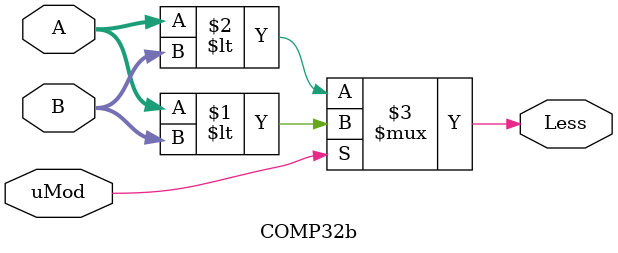
<source format=v>
module COMP32b(
    output Less,
    input [31:0] A, B,
    input uMod
);

assign Less = uMod ? (A<B) : ($signed(A) < $signed(B));

endmodule
</source>
